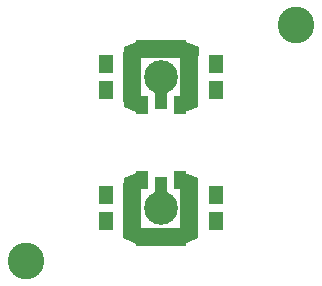
<source format=gts>
G04 #@! TF.FileFunction,Soldermask,Top*
%FSLAX46Y46*%
G04 Gerber Fmt 4.6, Leading zero omitted, Abs format (unit mm)*
G04 Created by KiCad (PCBNEW 4.0.7) date 03/02/18 21:06:54*
%MOMM*%
%LPD*%
G01*
G04 APERTURE LIST*
%ADD10C,0.100000*%
%ADD11R,1.300000X1.600000*%
%ADD12R,1.008000X1.490000*%
%ADD13R,1.490000X4.320000*%
%ADD14C,2.850000*%
%ADD15R,1.040000X2.850000*%
%ADD16R,4.320000X1.490000*%
%ADD17C,3.100000*%
G04 APERTURE END LIST*
D10*
D11*
X130596480Y-90387480D03*
X130596480Y-88187480D03*
X139846480Y-90387480D03*
X139846480Y-88187480D03*
X130596480Y-99297480D03*
X130596480Y-101497480D03*
X139846480Y-99297480D03*
X139846480Y-101497480D03*
D10*
G36*
X133561480Y-92449980D02*
X132071480Y-91824980D01*
X132071480Y-91049980D01*
X133561480Y-90424980D01*
X133561480Y-92449980D01*
X133561480Y-92449980D01*
G37*
G36*
X133561480Y-88149980D02*
X132071480Y-87524980D01*
X132071480Y-86749980D01*
X133561480Y-86124980D01*
X133561480Y-88149980D01*
X133561480Y-88149980D01*
G37*
G36*
X136871480Y-90424980D02*
X138361480Y-91049980D01*
X138361480Y-91824980D01*
X136871480Y-92449980D01*
X136871480Y-90424980D01*
X136871480Y-90424980D01*
G37*
D12*
X133616480Y-91687480D03*
D13*
X137631480Y-89287480D03*
D14*
X135216480Y-89287480D03*
D15*
X135216480Y-90537480D03*
D13*
X132801480Y-89287480D03*
D16*
X135216480Y-86872480D03*
D12*
X136816480Y-91687480D03*
D10*
G36*
X136921480Y-86124980D02*
X138411480Y-86749980D01*
X138411480Y-87524980D01*
X136921480Y-88149980D01*
X136921480Y-86124980D01*
X136921480Y-86124980D01*
G37*
G36*
X136871480Y-97234980D02*
X138361480Y-97859980D01*
X138361480Y-98634980D01*
X136871480Y-99259980D01*
X136871480Y-97234980D01*
X136871480Y-97234980D01*
G37*
G36*
X136871480Y-101534980D02*
X138361480Y-102159980D01*
X138361480Y-102934980D01*
X136871480Y-103559980D01*
X136871480Y-101534980D01*
X136871480Y-101534980D01*
G37*
G36*
X133561480Y-99259980D02*
X132071480Y-98634980D01*
X132071480Y-97859980D01*
X133561480Y-97234980D01*
X133561480Y-99259980D01*
X133561480Y-99259980D01*
G37*
D12*
X136816480Y-97997480D03*
D13*
X132801480Y-100397480D03*
D14*
X135216480Y-100397480D03*
D15*
X135216480Y-99147480D03*
D13*
X137631480Y-100397480D03*
D16*
X135216480Y-102812480D03*
D12*
X133616480Y-97997480D03*
D10*
G36*
X133511480Y-103559980D02*
X132021480Y-102934980D01*
X132021480Y-102159980D01*
X133511480Y-101534980D01*
X133511480Y-103559980D01*
X133511480Y-103559980D01*
G37*
D17*
X146646480Y-84837480D03*
X123796480Y-104847480D03*
M02*

</source>
